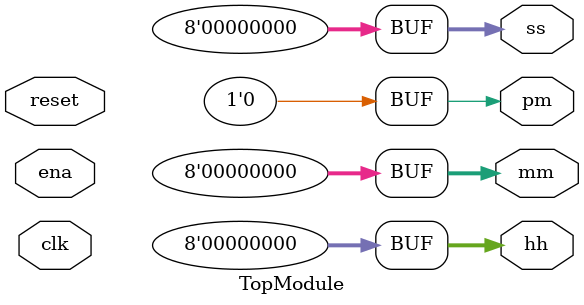
<source format=v>
module TopModule (
  input clk,
  input reset,
  input ena,
  output reg pm,
  output reg [7:0] hh,
  output reg [7:0] mm,
  output reg [7:0] ss
);

  // Module body - Placeholder for logic.  Leave empty or add minimal initialization.
  initial begin
    pm = 0;
    hh = 0;
    mm = 0;
    ss = 0;
  end

endmodule
</source>
